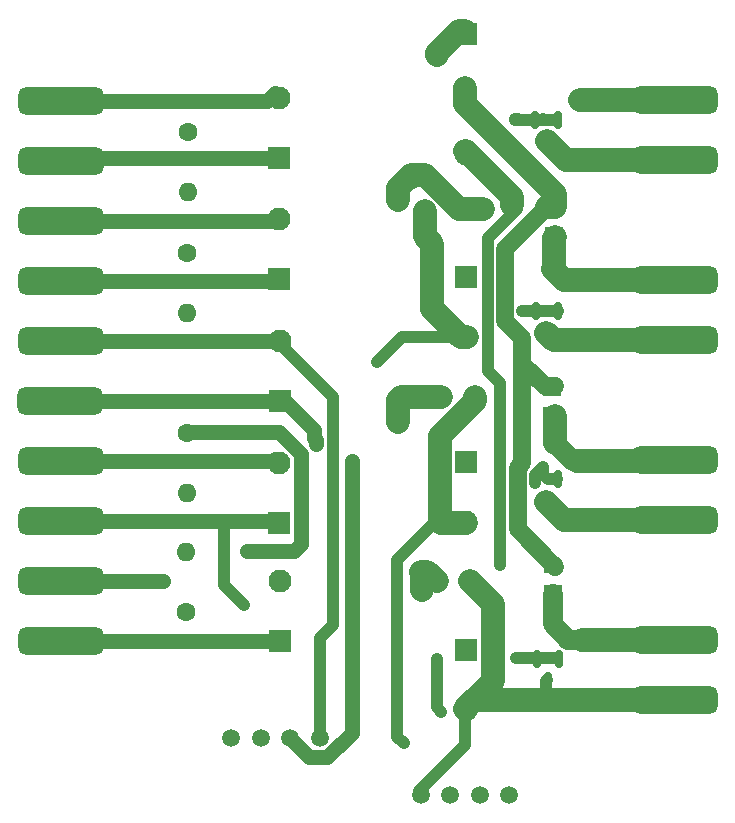
<source format=gbr>
%TF.GenerationSoftware,KiCad,Pcbnew,7.0.10*%
%TF.CreationDate,2024-07-22T08:22:22-04:00*%
%TF.ProjectId,12.X.1 - PLC Connector Combined,31322e58-2e31-4202-9d20-504c4320436f,rev?*%
%TF.SameCoordinates,Original*%
%TF.FileFunction,Copper,L1,Top*%
%TF.FilePolarity,Positive*%
%FSLAX46Y46*%
G04 Gerber Fmt 4.6, Leading zero omitted, Abs format (unit mm)*
G04 Created by KiCad (PCBNEW 7.0.10) date 2024-07-22 08:22:22*
%MOMM*%
%LPD*%
G01*
G04 APERTURE LIST*
G04 Aperture macros list*
%AMRoundRect*
0 Rectangle with rounded corners*
0 $1 Rounding radius*
0 $2 $3 $4 $5 $6 $7 $8 $9 X,Y pos of 4 corners*
0 Add a 4 corners polygon primitive as box body*
4,1,4,$2,$3,$4,$5,$6,$7,$8,$9,$2,$3,0*
0 Add four circle primitives for the rounded corners*
1,1,$1+$1,$2,$3*
1,1,$1+$1,$4,$5*
1,1,$1+$1,$6,$7*
1,1,$1+$1,$8,$9*
0 Add four rect primitives between the rounded corners*
20,1,$1+$1,$2,$3,$4,$5,0*
20,1,$1+$1,$4,$5,$6,$7,0*
20,1,$1+$1,$6,$7,$8,$9,0*
20,1,$1+$1,$8,$9,$2,$3,0*%
%AMFreePoly0*
4,1,19,0.750000,-0.750000,-0.200000,-0.750000,-0.200000,-0.744911,-0.221157,-0.744911,-0.357708,-0.704816,-0.477430,-0.627875,-0.570627,-0.520320,-0.629746,-0.390866,-0.650000,-0.250000,-0.650000,0.250000,-0.629746,0.390866,-0.570627,0.520320,-0.477430,0.627875,-0.357708,0.704816,-0.221157,0.744911,-0.200000,0.744911,-0.200000,0.750000,0.750000,0.750000,0.750000,-0.750000,0.750000,-0.750000,
$1*%
%AMFreePoly1*
4,1,19,0.200000,0.744911,0.221157,0.744911,0.357708,0.704816,0.477430,0.627875,0.570627,0.520320,0.629746,0.390866,0.650000,0.250000,0.650000,-0.250000,0.629746,-0.390866,0.570627,-0.520320,0.477430,-0.627875,0.357708,-0.704816,0.221157,-0.744911,0.200000,-0.744911,0.200000,-0.750000,-0.750000,-0.750000,-0.750000,0.750000,0.200000,0.750000,0.200000,0.744911,0.200000,0.744911,
$1*%
G04 Aperture macros list end*
%TA.AperFunction,ComponentPad*%
%ADD10C,1.498600*%
%TD*%
%TA.AperFunction,SMDPad,CuDef*%
%ADD11FreePoly0,270.000000*%
%TD*%
%TA.AperFunction,SMDPad,CuDef*%
%ADD12FreePoly1,270.000000*%
%TD*%
%TA.AperFunction,ComponentPad*%
%ADD13C,1.600000*%
%TD*%
%TA.AperFunction,ComponentPad*%
%ADD14O,1.600000X1.600000*%
%TD*%
%TA.AperFunction,SMDPad,CuDef*%
%ADD15RoundRect,0.572500X-3.045750X-0.572500X3.045750X-0.572500X3.045750X0.572500X-3.045750X0.572500X0*%
%TD*%
%TA.AperFunction,ComponentPad*%
%ADD16R,1.950000X1.950000*%
%TD*%
%TA.AperFunction,ComponentPad*%
%ADD17C,1.950000*%
%TD*%
%TA.AperFunction,SMDPad,CuDef*%
%ADD18RoundRect,0.150000X-0.150000X0.587500X-0.150000X-0.587500X0.150000X-0.587500X0.150000X0.587500X0*%
%TD*%
%TA.AperFunction,SMDPad,CuDef*%
%ADD19RoundRect,0.250000X-0.300000X-0.300000X0.300000X-0.300000X0.300000X0.300000X-0.300000X0.300000X0*%
%TD*%
%TA.AperFunction,SMDPad,CuDef*%
%ADD20RoundRect,0.250000X0.300000X0.300000X-0.300000X0.300000X-0.300000X-0.300000X0.300000X-0.300000X0*%
%TD*%
%TA.AperFunction,ViaPad*%
%ADD21C,0.800000*%
%TD*%
%TA.AperFunction,Conductor*%
%ADD22C,2.000000*%
%TD*%
%TA.AperFunction,Conductor*%
%ADD23C,1.651000*%
%TD*%
%TA.AperFunction,Conductor*%
%ADD24C,1.016000*%
%TD*%
%TA.AperFunction,Conductor*%
%ADD25C,1.999996*%
%TD*%
%TA.AperFunction,Conductor*%
%ADD26C,1.270000*%
%TD*%
%TA.AperFunction,Conductor*%
%ADD27C,0.250000*%
%TD*%
%TA.AperFunction,Conductor*%
%ADD28C,1.500000*%
%TD*%
G04 APERTURE END LIST*
D10*
%TO.P,J321,1,1*%
%TO.N,Net-(J304-Pin_1)*%
X157095050Y-135824601D03*
%TO.P,J321,2,2*%
%TO.N,Net-(J306-Pin_1)*%
X154595050Y-135824601D03*
%TO.P,J321,3,3*%
%TO.N,Net-(J314-Pin_1)*%
X152095050Y-135824601D03*
%TO.P,J321,4,4*%
%TO.N,Net-(J302-Pin_1)*%
X149595050Y-135824601D03*
%TD*%
D11*
%TO.P,JP303,1,A*%
%TO.N,Net-(J303-Pin_1)*%
X160778250Y-116335000D03*
D12*
%TO.P,JP303,2,B*%
%TO.N,Net-(J301-Pin_1)*%
X160778250Y-118835000D03*
%TD*%
D11*
%TO.P,JP302,1,A*%
%TO.N,Net-(J303-Pin_1)*%
X160698250Y-101295000D03*
D12*
%TO.P,JP302,2,B*%
%TO.N,Net-(J313-Pin_1)*%
X160698250Y-103795000D03*
%TD*%
D11*
%TO.P,JP301,1,A*%
%TO.N,Net-(J303-Pin_1)*%
X160888250Y-86015000D03*
D12*
%TO.P,JP301,2,B*%
%TO.N,Net-(J305-Pin_1)*%
X160888250Y-88515000D03*
%TD*%
D13*
%TO.P,R203,1*%
%TO.N,Net-(J207-Pin_1)*%
X129778250Y-89942224D03*
D14*
%TO.P,R203,2*%
%TO.N,M*%
X129778250Y-95022224D03*
%TD*%
D15*
%TO.P,J307,1,Pin_1*%
%TO.N,Net-(J301-Pin_1)*%
X171148250Y-122735000D03*
%TD*%
D16*
%TO.P,J318,1,1*%
%TO.N,Net-(J305-Pin_1)*%
X153468250Y-92040000D03*
D17*
%TO.P,J318,2,2*%
%TO.N,Net-(J306-Pin_1)*%
X153468250Y-97120000D03*
%TD*%
D18*
%TO.P,D305,1*%
%TO.N,GNDPWR*%
X161338250Y-124327500D03*
%TO.P,D305,2*%
X159438250Y-124327500D03*
%TO.P,D305,3*%
%TO.N,Net-(J302-Pin_1)*%
X160388250Y-126202500D03*
%TD*%
D15*
%TO.P,J202,1,Pin_1*%
%TO.N,Net-(J202-Pin_1)*%
X119158250Y-117739446D03*
%TD*%
%TO.P,J201,1,Pin_1*%
%TO.N,Net-(J201-Pin_1)*%
X119138250Y-122827224D03*
%TD*%
D16*
%TO.P,J317,1,1*%
%TO.N,GNDPWR*%
X153468250Y-71405000D03*
D17*
%TO.P,J317,2,2*%
%TO.N,Net-(J303-Pin_1)*%
X153468250Y-76485000D03*
%TO.P,J317,3,3*%
%TO.N,Net-(J304-Pin_1)*%
X153468250Y-81565000D03*
%TD*%
D19*
%TO.P,D301,1*%
%TO.N,Net-(J306-Pin_1)*%
X149860750Y-86285000D03*
%TO.P,D301,2*%
%TO.N,GNDPWR*%
X152660750Y-86285000D03*
%TD*%
D15*
%TO.P,J204,1,Pin_1*%
%TO.N,Net-(J204-Pin_1)*%
X119158250Y-107593890D03*
%TD*%
%TO.P,J210,1,Pin_1*%
%TO.N,Net-(J210-Pin_1)*%
X119138250Y-77127224D03*
%TD*%
%TO.P,J315,1,Pin_1*%
%TO.N,Net-(J313-Pin_1)*%
X171158250Y-107515000D03*
%TD*%
D16*
%TO.P,J222,1,1*%
%TO.N,Net-(J205-Pin_1)*%
X137658250Y-102482224D03*
D17*
%TO.P,J222,2,2*%
%TO.N,Net-(J206-Pin_1)*%
X137658250Y-97402224D03*
%TD*%
D15*
%TO.P,J206,1,Pin_1*%
%TO.N,Net-(J206-Pin_1)*%
X119168250Y-97428334D03*
%TD*%
D20*
%TO.P,D302,1*%
%TO.N,Net-(J314-Pin_1)*%
X154288250Y-102025000D03*
%TO.P,D302,2*%
%TO.N,GNDPWR*%
X151488250Y-102025000D03*
%TD*%
D13*
%TO.P,R202,1*%
%TO.N,M*%
X129778250Y-105237224D03*
D14*
%TO.P,R202,2*%
%TO.N,Net-(J202-Pin_1)*%
X129778250Y-110317224D03*
%TD*%
D15*
%TO.P,J207,1,Pin_1*%
%TO.N,Net-(J207-Pin_1)*%
X119168250Y-92340556D03*
%TD*%
D13*
%TO.P,R201,1*%
%TO.N,Net-(J201-Pin_1)*%
X129738250Y-120332224D03*
D14*
%TO.P,R201,2*%
%TO.N,M*%
X129738250Y-115252224D03*
%TD*%
D16*
%TO.P,J225,1,1*%
%TO.N,Net-(J207-Pin_1)*%
X137628250Y-92157224D03*
D17*
%TO.P,J225,2,2*%
%TO.N,Net-(J208-Pin_1)*%
X137628250Y-87077224D03*
%TD*%
D18*
%TO.P,D308,1*%
%TO.N,GNDPWR*%
X161238250Y-94927500D03*
%TO.P,D308,2*%
X159338250Y-94927500D03*
%TO.P,D308,3*%
%TO.N,Net-(J306-Pin_1)*%
X160288250Y-96802500D03*
%TD*%
%TO.P,D307,1*%
%TO.N,GNDPWR*%
X161198250Y-78697500D03*
%TO.P,D307,2*%
X159298250Y-78697500D03*
%TO.P,D307,3*%
%TO.N,Net-(J304-Pin_1)*%
X160248250Y-80572500D03*
%TD*%
D15*
%TO.P,J311,1,Pin_1*%
%TO.N,Net-(J305-Pin_1)*%
X171138250Y-92255000D03*
%TD*%
%TO.P,J310,1,Pin_1*%
%TO.N,Net-(J304-Pin_1)*%
X171128250Y-82105000D03*
%TD*%
D20*
%TO.P,D304,1*%
%TO.N,Net-(J304-Pin_1)*%
X157468250Y-86285000D03*
%TO.P,D304,2*%
%TO.N,GNDPWR*%
X154668250Y-86285000D03*
%TD*%
D17*
%TO.P,J319,2,2*%
%TO.N,Net-(J302-Pin_1)*%
X153418250Y-128680000D03*
D16*
%TO.P,J319,1,1*%
%TO.N,Net-(J301-Pin_1)*%
X153418250Y-123600000D03*
%TD*%
%TO.P,J223,1,1*%
%TO.N,M*%
X137608250Y-81947224D03*
D17*
%TO.P,J223,2,2*%
%TO.N,Net-(J210-Pin_1)*%
X137608250Y-76867224D03*
%TD*%
D15*
%TO.P,J316,1,Pin_1*%
%TO.N,Net-(J314-Pin_1)*%
X171156500Y-112570000D03*
%TD*%
%TO.P,J209,1,Pin_1*%
%TO.N,M*%
X119138250Y-82185000D03*
%TD*%
D16*
%TO.P,J224,1,1*%
%TO.N,Net-(J201-Pin_1)*%
X137658250Y-122857224D03*
D17*
%TO.P,J224,2,2*%
%TO.N,Net-(J202-Pin_1)*%
X137658250Y-117777224D03*
%TD*%
D15*
%TO.P,J309,1,Pin_1*%
%TO.N,Net-(J303-Pin_1)*%
X171128250Y-77025000D03*
%TD*%
%TO.P,J312,1,Pin_1*%
%TO.N,Net-(J306-Pin_1)*%
X171158250Y-97345000D03*
%TD*%
D16*
%TO.P,J221,1,1*%
%TO.N,Net-(J203-Pin_1)*%
X137628250Y-112837224D03*
D17*
%TO.P,J221,2,2*%
%TO.N,Net-(J204-Pin_1)*%
X137628250Y-107757224D03*
%TD*%
D10*
%TO.P,J226,1,1*%
%TO.N,Net-(J206-Pin_1)*%
X141048250Y-131047224D03*
%TO.P,J226,2,2*%
%TO.N,Net-(J205-Pin_1)*%
X138548250Y-131047224D03*
%TO.P,J226,3,3*%
%TO.N,Net-(J204-Pin_1)*%
X136048250Y-131047224D03*
%TO.P,J226,4,4*%
%TO.N,Net-(J203-Pin_1)*%
X133548250Y-131047224D03*
%TD*%
D15*
%TO.P,J208,1,Pin_1*%
%TO.N,Net-(J208-Pin_1)*%
X119158250Y-87282778D03*
%TD*%
%TO.P,J308,1,Pin_1*%
%TO.N,Net-(J302-Pin_1)*%
X171148250Y-127825000D03*
%TD*%
%TO.P,J203,1,Pin_1*%
%TO.N,Net-(J203-Pin_1)*%
X119168250Y-112661668D03*
%TD*%
D18*
%TO.P,D306,1*%
%TO.N,GNDPWR*%
X161198250Y-109137500D03*
%TO.P,D306,2*%
X159298250Y-109137500D03*
%TO.P,D306,3*%
%TO.N,Net-(J314-Pin_1)*%
X160248250Y-111012500D03*
%TD*%
D13*
%TO.P,R204,1*%
%TO.N,M*%
X129868250Y-79722224D03*
D14*
%TO.P,R204,2*%
%TO.N,Net-(J208-Pin_1)*%
X129868250Y-84802224D03*
%TD*%
D20*
%TO.P,D303,1*%
%TO.N,Net-(J302-Pin_1)*%
X153555750Y-117795000D03*
%TO.P,D303,2*%
%TO.N,GNDPWR*%
X150755750Y-117795000D03*
%TD*%
D15*
%TO.P,J205,1,Pin_1*%
%TO.N,Net-(J205-Pin_1)*%
X119088250Y-102536112D03*
%TD*%
D16*
%TO.P,J320,1,1*%
%TO.N,Net-(J313-Pin_1)*%
X153448250Y-107655000D03*
D17*
%TO.P,J320,2,2*%
%TO.N,Net-(J314-Pin_1)*%
X153448250Y-112735000D03*
%TD*%
D21*
%TO.N,Net-(J306-Pin_1)*%
X165304251Y-97370999D03*
X162964251Y-97370999D03*
X164124251Y-97370999D03*
X145903251Y-99231999D03*
%TO.N,GNDPWR*%
X148697251Y-83610999D03*
X147681251Y-102914999D03*
X158476251Y-94913999D03*
X160127251Y-94913999D03*
X149647257Y-116951005D03*
X160174251Y-78690999D03*
X159964251Y-108090999D03*
X147681251Y-104311999D03*
X160174251Y-124260999D03*
X147681251Y-85515999D03*
X157841251Y-78657999D03*
X151745251Y-72434999D03*
X150983251Y-73196999D03*
X160381241Y-109150499D03*
X158222251Y-124250999D03*
X149708251Y-118535999D03*
X147808251Y-84372999D03*
%TO.N,Net-(J314-Pin_1)*%
X165584251Y-112540999D03*
X162864251Y-112591092D03*
X164164251Y-112570999D03*
X148189251Y-131489999D03*
%TO.N,Net-(J302-Pin_1)*%
X166130474Y-127824776D03*
X164700473Y-127824777D03*
X162978026Y-127824774D03*
%TO.N,Net-(J304-Pin_1)*%
X163064251Y-82091838D03*
X164284251Y-82100999D03*
X151358053Y-128816801D03*
X156319251Y-116374999D03*
X165594251Y-82080999D03*
X150983251Y-124332999D03*
%TO.N,Net-(J203-Pin_1)*%
X124331250Y-112654224D03*
X127633250Y-112654224D03*
X134618150Y-119766224D03*
X126109250Y-112654224D03*
%TO.N,Net-(J204-Pin_1)*%
X127633250Y-107574224D03*
X126109250Y-107574224D03*
X124458250Y-107574224D03*
%TO.N,Net-(J205-Pin_1)*%
X127887250Y-102494224D03*
X124712250Y-102494224D03*
X140714254Y-106177224D03*
X126363250Y-102494224D03*
X143762250Y-107574224D03*
%TO.N,Net-(J206-Pin_1)*%
X126490248Y-97414224D03*
X128141250Y-97414224D03*
X124712250Y-97414224D03*
%TO.N,M*%
X136142250Y-105161224D03*
X137285250Y-105161224D03*
X124204250Y-81920224D03*
X135888250Y-115194224D03*
X125855250Y-81920224D03*
X134872252Y-115194224D03*
X127633250Y-81920224D03*
%TO.N,Net-(J201-Pin_1)*%
X127125250Y-122814224D03*
X124331250Y-122814224D03*
X125728250Y-122814224D03*
%TO.N,Net-(J202-Pin_1)*%
X127252250Y-117734224D03*
X124331250Y-117734224D03*
X125728250Y-117734224D03*
%TO.N,Net-(J207-Pin_1)*%
X127887250Y-92334224D03*
X126236250Y-92334224D03*
X124712250Y-92334224D03*
%TO.N,Net-(J208-Pin_1)*%
X128141250Y-87254224D03*
X124585250Y-87254224D03*
X126363250Y-87254224D03*
%TO.N,Net-(J301-Pin_1)*%
X164497834Y-122759051D03*
X163264251Y-122740935D03*
X165832549Y-122742573D03*
%TO.N,Net-(J303-Pin_1)*%
X165694251Y-77010999D03*
X164284251Y-77010999D03*
X163094251Y-76980999D03*
%TO.N,Net-(J305-Pin_1)*%
X165474251Y-92260999D03*
X164234251Y-92240999D03*
X163064251Y-92270999D03*
%TO.N,Net-(J313-Pin_1)*%
X162864251Y-107570999D03*
X164304251Y-107570999D03*
X165734251Y-107550999D03*
%TD*%
D22*
%TO.N,Net-(J305-Pin_1)*%
X161780999Y-92270999D02*
X160816626Y-91306626D01*
X162070999Y-92270999D02*
X161780999Y-92270999D01*
X160850000Y-88735250D02*
X160964251Y-88620999D01*
X160850000Y-91050000D02*
X160850000Y-88735250D01*
X163064251Y-92270999D02*
X162070999Y-92270999D01*
D23*
%TO.N,Net-(J301-Pin_1)*%
X160778250Y-121408250D02*
X160778250Y-118835000D01*
X162110935Y-122740935D02*
X160778250Y-121408250D01*
X163264251Y-122740935D02*
X162110935Y-122740935D01*
D22*
%TO.N,Net-(J306-Pin_1)*%
X171164251Y-97370999D02*
X162964251Y-97370999D01*
X160884751Y-97370999D02*
X160254251Y-96740499D01*
X152988251Y-97072999D02*
X153529583Y-97072999D01*
D24*
X148062251Y-97072999D02*
X152988251Y-97072999D01*
D22*
X149932616Y-88529364D02*
X150602251Y-89198999D01*
X150602251Y-94686999D02*
X152988251Y-97072999D01*
X149932616Y-86433634D02*
X149932616Y-88529364D01*
X162964251Y-97370999D02*
X160884751Y-97370999D01*
D24*
X145903251Y-99231999D02*
X148062251Y-97072999D01*
D22*
X150602251Y-89198999D02*
X150602251Y-94686999D01*
%TO.N,GNDPWR*%
X147808251Y-84372999D02*
X147681251Y-84499999D01*
D24*
X158222251Y-124250999D02*
X157714251Y-124250999D01*
X159304251Y-94865499D02*
X158524751Y-94865499D01*
X159001751Y-78675499D02*
X157858751Y-78675499D01*
X161155751Y-109150499D02*
X160381241Y-109150499D01*
D25*
X149708251Y-117011999D02*
X149647257Y-116951005D01*
D22*
X148697251Y-83610999D02*
X148570251Y-83610999D01*
D24*
X158427751Y-94865499D02*
X158270751Y-94865499D01*
D22*
X147681251Y-102406999D02*
X147935251Y-102152999D01*
D24*
X157604751Y-78675499D02*
X157587251Y-78657999D01*
X161143251Y-124250999D02*
X160254251Y-124250999D01*
X157858751Y-78675499D02*
X157841251Y-78657999D01*
X158270751Y-94865499D02*
X158222251Y-94913999D01*
X157841251Y-78657999D02*
X157823751Y-78675499D01*
D25*
X150157257Y-116951005D02*
X149647257Y-116951005D01*
D24*
X160017751Y-78675499D02*
X160000251Y-78657999D01*
X159982751Y-78675499D02*
X159001751Y-78675499D01*
X159243251Y-124250999D02*
X158222251Y-124250999D01*
X159964251Y-108090999D02*
X159285251Y-108769999D01*
D22*
X147681251Y-84499999D02*
X147681251Y-85515999D01*
D24*
X160381241Y-109150499D02*
X159964251Y-108733509D01*
X159285251Y-108769999D02*
X159285251Y-109455604D01*
D22*
X147681251Y-102914999D02*
X147681251Y-102406999D01*
D25*
X149708251Y-118535999D02*
X149708251Y-117011999D01*
D24*
X160127251Y-94913999D02*
X160078751Y-94865499D01*
D22*
X149967251Y-83356999D02*
X148824251Y-83356999D01*
D24*
X160254251Y-124250999D02*
X159243251Y-124250999D01*
D22*
X148824251Y-83356999D02*
X148697251Y-83483999D01*
D25*
X150980251Y-117773999D02*
X150157257Y-116951005D01*
D24*
X161270251Y-94865499D02*
X160175751Y-94865499D01*
D22*
X147935251Y-102152999D02*
X151361251Y-102152999D01*
D24*
X159964251Y-108733509D02*
X159964251Y-108090999D01*
X158476251Y-94913999D02*
X158427751Y-94865499D01*
D22*
X148697251Y-83483999D02*
X148697251Y-83610999D01*
X152888251Y-86277999D02*
X149967251Y-83356999D01*
X151745251Y-72307999D02*
X152888251Y-71164999D01*
D24*
X157823751Y-78675499D02*
X157604751Y-78675499D01*
X160901751Y-78675499D02*
X160017751Y-78675499D01*
X160078751Y-94865499D02*
X159304251Y-94865499D01*
X160000251Y-78657999D02*
X159982751Y-78675499D01*
X158524751Y-94865499D02*
X158476251Y-94913999D01*
D22*
X148570251Y-83610999D02*
X147808251Y-84372999D01*
X154917251Y-86277999D02*
X152888251Y-86277999D01*
D24*
X160175751Y-94865499D02*
X160127251Y-94913999D01*
D22*
X150983251Y-73196999D02*
X150983251Y-73069999D01*
X150983251Y-73069999D02*
X151618251Y-72434999D01*
X147681251Y-104311999D02*
X147681251Y-102914999D01*
X152888251Y-71164999D02*
X153396251Y-71164999D01*
D24*
%TO.N,Net-(J314-Pin_1)*%
X147621753Y-115926023D02*
X147621753Y-130922501D01*
D22*
X151221251Y-105438999D02*
X154161251Y-102498999D01*
X161771344Y-112591092D02*
X160205751Y-111025499D01*
X171164251Y-112570999D02*
X162884344Y-112570999D01*
D24*
X147621753Y-130922501D02*
X148189251Y-131489999D01*
D22*
X162884344Y-112570999D02*
X162864251Y-112591092D01*
X154161251Y-102498999D02*
X154161251Y-102152999D01*
X162864251Y-112591092D02*
X161771344Y-112591092D01*
X151364251Y-112820999D02*
X151221251Y-112677999D01*
D24*
X150726777Y-112820999D02*
X147621753Y-115926023D01*
D22*
X153462917Y-112820999D02*
X151364251Y-112820999D01*
D24*
X151364251Y-112820999D02*
X150726777Y-112820999D01*
D22*
X151221251Y-112677999D02*
X151221251Y-105438999D01*
%TO.N,Net-(J302-Pin_1)*%
X171138691Y-127824770D02*
X166130480Y-127824770D01*
X155698251Y-126232999D02*
X155698251Y-119691999D01*
D24*
X149497351Y-135553999D02*
X153396251Y-131655099D01*
D22*
X162978029Y-127824777D02*
X162978026Y-127824774D01*
X164700473Y-127824777D02*
X166130473Y-127824777D01*
X153523251Y-128407999D02*
X155698251Y-126232999D01*
D24*
X153396251Y-131655099D02*
X153396251Y-128568999D01*
D22*
X166130473Y-127824777D02*
X166130474Y-127824776D01*
X154073812Y-127824770D02*
X153329583Y-128568999D01*
X162978022Y-127824770D02*
X154073812Y-127824770D01*
X164700473Y-127824777D02*
X162978029Y-127824777D01*
X166130480Y-127824770D02*
X166130474Y-127824776D01*
X155698251Y-119691999D02*
X153780251Y-117773999D01*
D24*
X160292882Y-126130650D02*
X160193251Y-126230281D01*
X160193251Y-126230281D02*
X160193251Y-127985999D01*
%TO.N,Net-(J304-Pin_1)*%
X155301251Y-88693999D02*
X155301251Y-99938919D01*
X157717251Y-86277999D02*
X155301251Y-88693999D01*
D22*
X153396251Y-81324999D02*
X153429585Y-81324999D01*
X163085090Y-82070999D02*
X163064251Y-82091838D01*
D24*
X156319251Y-100956919D02*
X156319251Y-116374999D01*
X150983251Y-128441999D02*
X150983251Y-124332999D01*
D22*
X153429585Y-81324999D02*
X157358088Y-85253502D01*
X157358088Y-85253502D02*
X157358088Y-85918836D01*
X161879090Y-82091838D02*
X163064251Y-82091838D01*
X171064251Y-82070999D02*
X163085090Y-82070999D01*
D24*
X151358053Y-128816801D02*
X150983251Y-128441999D01*
D22*
X160320251Y-80532999D02*
X161879090Y-82091838D01*
D24*
X155301251Y-99938919D02*
X156319251Y-100956919D01*
%TO.N,Net-(J203-Pin_1)*%
X132967250Y-118115324D02*
X134618150Y-119766224D01*
D26*
X119164898Y-112654224D02*
X119147595Y-112671527D01*
D24*
X132967250Y-112654224D02*
X132967250Y-118115324D01*
D26*
X137285250Y-112527224D02*
X137158250Y-112654224D01*
X119155588Y-112679520D02*
X123950250Y-112679520D01*
X119147595Y-112671527D02*
X119155588Y-112679520D01*
X137158250Y-112654224D02*
X132967250Y-112654224D01*
X132967250Y-112654224D02*
X119164898Y-112654224D01*
%TO.N,Net-(J204-Pin_1)*%
X137158250Y-107574224D02*
X119148698Y-107574224D01*
X119148698Y-107574224D02*
X119130525Y-107592397D01*
X137285250Y-107447224D02*
X137158250Y-107574224D01*
%TO.N,Net-(J205-Pin_1)*%
X141704489Y-132631524D02*
X143762250Y-130573763D01*
X119068439Y-102516298D02*
X138076218Y-102516298D01*
X140558250Y-104998330D02*
X140558250Y-105640224D01*
X138548250Y-131047224D02*
X140132550Y-132631524D01*
X140132550Y-132631524D02*
X141704489Y-132631524D01*
X140714254Y-105796228D02*
X140714254Y-106177224D01*
X119068250Y-102516109D02*
X119068439Y-102516298D01*
X140558250Y-105640224D02*
X140714254Y-105796228D01*
X138076218Y-102516298D02*
X140558250Y-104998330D01*
X143762250Y-130573763D02*
X143762250Y-107574224D01*
D24*
%TO.N,Net-(J206-Pin_1)*%
X141048250Y-131047224D02*
X141048250Y-122607224D01*
X141048250Y-122607224D02*
X142184258Y-121471216D01*
X142184258Y-102186232D02*
X137285250Y-97287224D01*
D26*
X119119029Y-97434548D02*
X119119168Y-97434687D01*
X137285250Y-97287224D02*
X137158250Y-97414224D01*
X137158250Y-97414224D02*
X119139353Y-97414224D01*
D24*
X142184258Y-121471216D02*
X142184258Y-102186232D01*
D26*
X119119168Y-97434687D02*
X123950250Y-97434687D01*
X119139353Y-97414224D02*
X119119029Y-97434548D01*
%TO.N,M*%
X119461094Y-81904224D02*
X119173791Y-82191527D01*
X137285250Y-82047224D02*
X137142250Y-81904224D01*
X137142250Y-81904224D02*
X119461094Y-81904224D01*
X137591977Y-105161224D02*
X139438250Y-107007497D01*
X138891250Y-115194224D02*
X134872252Y-115194224D01*
X129665250Y-105161224D02*
X137591977Y-105161224D01*
X139438250Y-114647224D02*
X138891250Y-115194224D01*
X139438250Y-107007497D02*
X139438250Y-114647224D01*
D27*
X123948577Y-82191527D02*
X119173791Y-82191527D01*
X123965880Y-82174224D02*
X123948577Y-82191527D01*
D26*
%TO.N,Net-(J210-Pin_1)*%
X137285250Y-76464224D02*
X137285250Y-76967224D01*
X137278250Y-76457224D02*
X137285250Y-76464224D01*
X136620273Y-77115201D02*
X137278250Y-76457224D01*
X119128986Y-77115201D02*
X136620273Y-77115201D01*
%TO.N,Net-(J201-Pin_1)*%
X137285250Y-122687224D02*
X137158250Y-122814224D01*
X119152163Y-122814224D02*
X119150616Y-122815771D01*
X137158250Y-122814224D02*
X119152163Y-122814224D01*
%TO.N,Net-(J202-Pin_1)*%
X127760250Y-117734224D02*
X119142641Y-117734224D01*
X119142641Y-117734224D02*
X119133772Y-117743093D01*
%TO.N,Net-(J207-Pin_1)*%
X137158250Y-92334224D02*
X119137496Y-92334224D01*
X137285250Y-92207224D02*
X137158250Y-92334224D01*
X119137496Y-92334224D02*
X119132933Y-92338787D01*
%TO.N,Net-(J208-Pin_1)*%
X137285250Y-87127224D02*
X137158250Y-87254224D01*
X137158250Y-87254224D02*
X119182732Y-87254224D01*
X119182732Y-87254224D02*
X119150929Y-87286027D01*
D22*
%TO.N,Net-(J301-Pin_1)*%
X163267816Y-122744500D02*
X163264251Y-122740935D01*
X171130163Y-122744500D02*
X163267816Y-122744500D01*
%TO.N,Net-(J303-Pin_1)*%
X171172370Y-76994488D02*
X163107740Y-76994488D01*
D28*
X158222251Y-97170075D02*
X156759251Y-95707075D01*
D22*
X160964251Y-85018030D02*
X160964251Y-86120999D01*
X153396251Y-76002499D02*
X153396251Y-77401198D01*
D28*
X160964251Y-116520999D02*
X157827251Y-113383999D01*
X156759251Y-89628943D02*
X160267195Y-86120999D01*
X156759251Y-95707075D02*
X156759251Y-89628943D01*
X158222251Y-107771075D02*
X158222251Y-97170075D01*
D22*
X153396251Y-77401198D02*
X160770583Y-84775530D01*
X160267195Y-86120999D02*
X160964251Y-86120999D01*
D28*
X157827251Y-113383999D02*
X157827251Y-108166075D01*
X160964251Y-101270999D02*
X160162251Y-101270999D01*
X157827251Y-108166075D02*
X158222251Y-107771075D01*
D22*
X163107740Y-76994488D02*
X163094251Y-76980999D01*
X163094251Y-76980999D02*
X163080762Y-76994488D01*
D28*
X158222251Y-99330999D02*
X158222251Y-98596999D01*
X160162251Y-101270999D02*
X158222251Y-99330999D01*
D22*
%TO.N,Net-(J305-Pin_1)*%
X170964251Y-92270999D02*
X163064251Y-92270999D01*
D23*
%TO.N,Net-(J313-Pin_1)*%
X162490957Y-107570999D02*
X160964251Y-106044293D01*
D22*
X171164251Y-107570999D02*
X162864251Y-107570999D01*
X160964251Y-106044293D02*
X160964251Y-103770999D01*
%TD*%
M02*

</source>
